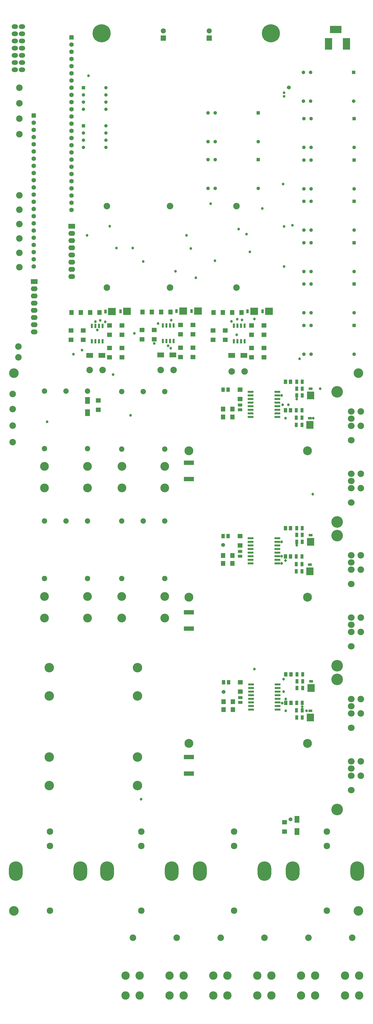
<source format=gbs>
G04*
G04 #@! TF.GenerationSoftware,Altium Limited,Altium Designer,24.4.1 (13)*
G04*
G04 Layer_Color=16711935*
%FSLAX25Y25*%
%MOIN*%
G70*
G04*
G04 #@! TF.SameCoordinates,4EE5E999-D737-4110-A4F5-E65D847AD794*
G04*
G04*
G04 #@! TF.FilePolarity,Negative*
G04*
G01*
G75*
%ADD34R,0.10827X0.10394*%
%ADD35R,0.03394X0.05394*%
%ADD36R,0.04921X0.06102*%
%ADD37R,0.06894X0.06394*%
%ADD38R,0.06394X0.06894*%
%ADD40R,0.09252X0.06890*%
%ADD42R,0.06181X0.04213*%
%ADD45R,0.02953X0.06398*%
%ADD52C,0.09094*%
%ADD53C,0.13386*%
%ADD54O,0.08994X0.06394*%
%ADD55C,0.07480*%
%ADD56C,0.06299*%
%ADD57R,0.06299X0.06299*%
%ADD58C,0.13194*%
%ADD59R,0.07185X0.07185*%
%ADD60C,0.07185*%
%ADD61R,0.10394X0.16394*%
%ADD62R,0.16394X0.10394*%
%ADD63C,0.12205*%
%ADD64R,0.05118X0.05118*%
%ADD65C,0.05118*%
%ADD66C,0.11694*%
%ADD67O,0.09394X0.06894*%
%ADD68R,0.09394X0.06894*%
%ADD69O,0.19291X0.27165*%
%ADD70C,0.09055*%
%ADD71C,0.12394*%
%ADD72O,0.09394X0.08694*%
%ADD73C,0.16142*%
%ADD74C,0.25197*%
%ADD75R,0.04854X0.04854*%
%ADD76C,0.04854*%
%ADD77C,0.03794*%
%ADD78C,0.05394*%
%ADD118R,0.06890X0.09252*%
%ADD119R,0.04134X0.06102*%
%ADD120R,0.05394X0.03394*%
%ADD121R,0.10394X0.10827*%
%ADD122R,0.08071X0.02953*%
%ADD123R,0.14370X0.06496*%
D34*
X744254Y1361500D02*
D03*
X765116D02*
D03*
X567116D02*
D03*
X666116Y1362000D02*
D03*
X645254D02*
D03*
X546116Y1361240D02*
D03*
D35*
X734998Y1361500D02*
D03*
X755860D02*
D03*
X557860D02*
D03*
X656860Y1362000D02*
D03*
X635998D02*
D03*
X536860Y1361240D02*
D03*
D36*
X701000Y1252500D02*
D03*
X708087D02*
D03*
X795000Y1263500D02*
D03*
X787913D02*
D03*
X795043Y1224000D02*
D03*
X787957D02*
D03*
X795543Y817000D02*
D03*
X788457D02*
D03*
X701500Y845500D02*
D03*
X708587D02*
D03*
X795500Y856500D02*
D03*
X788413D02*
D03*
X795000Y1060000D02*
D03*
X787913D02*
D03*
X701000Y1049000D02*
D03*
X708087D02*
D03*
X795043Y1020500D02*
D03*
X787957D02*
D03*
D37*
X758100Y1297500D02*
D03*
Y1310500D02*
D03*
Y1329000D02*
D03*
Y1342000D02*
D03*
X740600Y1297500D02*
D03*
Y1310500D02*
D03*
X704100Y1322000D02*
D03*
Y1335000D02*
D03*
X687100Y1322000D02*
D03*
Y1335000D02*
D03*
X658900Y1342500D02*
D03*
Y1329500D02*
D03*
X641600D02*
D03*
Y1342500D02*
D03*
Y1298000D02*
D03*
Y1311000D02*
D03*
X659100Y1298000D02*
D03*
Y1311000D02*
D03*
X740600Y1329000D02*
D03*
Y1342000D02*
D03*
X588100Y1322500D02*
D03*
Y1335500D02*
D03*
X605100Y1322500D02*
D03*
Y1335500D02*
D03*
X542600Y1297500D02*
D03*
Y1310500D02*
D03*
X560100Y1297500D02*
D03*
Y1310500D02*
D03*
X506100Y1322000D02*
D03*
Y1335000D02*
D03*
X560100Y1329000D02*
D03*
Y1342000D02*
D03*
X542600Y1329000D02*
D03*
Y1342000D02*
D03*
X489100Y1322000D02*
D03*
Y1335000D02*
D03*
X786500Y638000D02*
D03*
Y651000D02*
D03*
X527000Y1237500D02*
D03*
Y1224500D02*
D03*
X724500Y1252500D02*
D03*
Y1239500D02*
D03*
X725000Y845500D02*
D03*
Y832500D02*
D03*
X724500Y1049000D02*
D03*
Y1036000D02*
D03*
D38*
X627500Y1360500D02*
D03*
X614500D02*
D03*
X601500D02*
D03*
X588500D02*
D03*
X726500Y1360000D02*
D03*
X713500D02*
D03*
X700500D02*
D03*
X687500D02*
D03*
X502500D02*
D03*
X489500D02*
D03*
X528500D02*
D03*
X515500D02*
D03*
X714000Y1225500D02*
D03*
X701000D02*
D03*
X714000Y1214500D02*
D03*
X701000D02*
D03*
X714500Y807500D02*
D03*
X701500D02*
D03*
X714500Y818500D02*
D03*
X701500D02*
D03*
X714000Y1011000D02*
D03*
X701000D02*
D03*
X714000Y1022000D02*
D03*
X701000D02*
D03*
D40*
X729965Y1300263D02*
D03*
X713035D02*
D03*
X630965Y1300763D02*
D03*
X614035D02*
D03*
X531965Y1300263D02*
D03*
X515035D02*
D03*
D42*
X724500Y1231035D02*
D03*
Y1224500D02*
D03*
X725000Y824035D02*
D03*
Y817500D02*
D03*
X724500Y1027535D02*
D03*
Y1021000D02*
D03*
D45*
X617000Y1341677D02*
D03*
X622000D02*
D03*
X627000D02*
D03*
X632000D02*
D03*
Y1320323D02*
D03*
X627000D02*
D03*
X622000D02*
D03*
X617000D02*
D03*
X716000Y1341354D02*
D03*
X721000D02*
D03*
X726000D02*
D03*
X731000D02*
D03*
Y1320000D02*
D03*
X726000D02*
D03*
X721000D02*
D03*
X716000D02*
D03*
X518000Y1341177D02*
D03*
X523000D02*
D03*
X528000D02*
D03*
X533000D02*
D03*
Y1319823D02*
D03*
X528000D02*
D03*
X523000D02*
D03*
X518000D02*
D03*
D52*
X417000Y1423000D02*
D03*
Y1443000D02*
D03*
Y1463000D02*
D03*
Y1483000D02*
D03*
Y1503000D02*
D03*
Y1523000D02*
D03*
X415500Y1297500D02*
D03*
Y1312500D02*
D03*
X893000Y1022193D02*
D03*
Y1002193D02*
D03*
Y735657D02*
D03*
Y915657D02*
D03*
Y715657D02*
D03*
Y802193D02*
D03*
Y935657D02*
D03*
Y822193D02*
D03*
Y1135657D02*
D03*
Y1222193D02*
D03*
Y1202193D02*
D03*
Y1115657D02*
D03*
X417036Y1608000D02*
D03*
X626976Y1394500D02*
D03*
X417036Y1672500D02*
D03*
X880999Y490189D02*
D03*
X417036Y1651000D02*
D03*
Y1629500D02*
D03*
X614035Y1280000D02*
D03*
X713035Y1278000D02*
D03*
X515035Y1280000D02*
D03*
X626976Y1508000D02*
D03*
X538976Y1508000D02*
D03*
Y1394500D02*
D03*
X719476Y1508000D02*
D03*
Y1394500D02*
D03*
X632000Y1280000D02*
D03*
X533000D02*
D03*
X819836Y490189D02*
D03*
X758673D02*
D03*
X575184D02*
D03*
X697510D02*
D03*
X636347D02*
D03*
X730965Y1278000D02*
D03*
X407500Y1179500D02*
D03*
Y1202500D02*
D03*
Y1225500D02*
D03*
Y1246500D02*
D03*
D53*
X409449Y527559D02*
D03*
X889764D02*
D03*
X409449Y1275591D02*
D03*
X889764D02*
D03*
D54*
X410500Y1697500D02*
D03*
X420650Y1697450D02*
D03*
Y1727450D02*
D03*
Y1717450D02*
D03*
X410500Y1707500D02*
D03*
X420650Y1707450D02*
D03*
Y1757450D02*
D03*
X420800Y1747400D02*
D03*
X410500Y1727500D02*
D03*
X410700Y1737600D02*
D03*
Y1747500D02*
D03*
Y1757500D02*
D03*
X410500Y1717500D02*
D03*
X420650Y1737450D02*
D03*
D55*
X619669Y1170000D02*
D03*
Y1250000D02*
D03*
X589669D02*
D03*
X559669D02*
D03*
Y1170000D02*
D03*
X619669Y990000D02*
D03*
Y1070000D02*
D03*
X589669D02*
D03*
X559669D02*
D03*
Y990000D02*
D03*
X512000D02*
D03*
Y1070000D02*
D03*
X482000D02*
D03*
X452000D02*
D03*
Y990000D02*
D03*
X512000Y1170500D02*
D03*
Y1250500D02*
D03*
X482000D02*
D03*
X452000D02*
D03*
Y1170500D02*
D03*
D56*
X437000Y1424000D02*
D03*
Y1434000D02*
D03*
Y1444000D02*
D03*
Y1454000D02*
D03*
Y1464000D02*
D03*
Y1474000D02*
D03*
Y1484000D02*
D03*
Y1494000D02*
D03*
Y1504000D02*
D03*
Y1514000D02*
D03*
Y1524000D02*
D03*
Y1534000D02*
D03*
Y1544000D02*
D03*
Y1554000D02*
D03*
Y1564000D02*
D03*
Y1574000D02*
D03*
Y1584000D02*
D03*
Y1594000D02*
D03*
Y1604000D02*
D03*
Y1614000D02*
D03*
Y1624000D02*
D03*
X489500Y1732500D02*
D03*
Y1722500D02*
D03*
Y1712500D02*
D03*
Y1702500D02*
D03*
Y1692500D02*
D03*
Y1682500D02*
D03*
Y1672500D02*
D03*
Y1662500D02*
D03*
Y1652500D02*
D03*
Y1642500D02*
D03*
Y1632500D02*
D03*
Y1622500D02*
D03*
Y1612500D02*
D03*
Y1602500D02*
D03*
Y1592500D02*
D03*
Y1582500D02*
D03*
Y1572500D02*
D03*
Y1562500D02*
D03*
Y1552500D02*
D03*
Y1542500D02*
D03*
Y1532500D02*
D03*
Y1522500D02*
D03*
Y1512500D02*
D03*
Y1502500D02*
D03*
D57*
X437000Y1634000D02*
D03*
X489500Y1742500D02*
D03*
D58*
X458500Y741400D02*
D03*
Y702000D02*
D03*
Y865900D02*
D03*
Y826500D02*
D03*
X581500D02*
D03*
Y865900D02*
D03*
Y702000D02*
D03*
Y741400D02*
D03*
D59*
X681500Y1741500D02*
D03*
X617500D02*
D03*
D60*
X681500Y1751500D02*
D03*
X617500D02*
D03*
D61*
X848000Y1733500D02*
D03*
X873000D02*
D03*
D62*
X858000Y1753500D02*
D03*
D63*
X559500Y935000D02*
D03*
Y965000D02*
D03*
X452000Y935000D02*
D03*
Y965000D02*
D03*
X512000Y935000D02*
D03*
Y965000D02*
D03*
X619500Y935000D02*
D03*
Y965000D02*
D03*
X512000Y1146000D02*
D03*
Y1116000D02*
D03*
X619500Y1146000D02*
D03*
Y1116000D02*
D03*
X560000Y1146000D02*
D03*
Y1116000D02*
D03*
X452000Y1146000D02*
D03*
Y1116000D02*
D03*
D64*
X883000Y1694000D02*
D03*
X883500Y1629500D02*
D03*
Y1399500D02*
D03*
Y1514500D02*
D03*
Y1572000D02*
D03*
Y1342000D02*
D03*
X750000Y1637500D02*
D03*
X883500Y1457000D02*
D03*
X750000Y1572500D02*
D03*
D65*
X823000Y1694000D02*
D03*
X813000D02*
D03*
Y1654000D02*
D03*
X823000D02*
D03*
X883000D02*
D03*
X823500Y1629500D02*
D03*
X813500D02*
D03*
Y1589500D02*
D03*
X823500D02*
D03*
X883500D02*
D03*
X823500Y1399500D02*
D03*
X813500D02*
D03*
Y1359500D02*
D03*
X823500D02*
D03*
X883500D02*
D03*
X823500Y1514500D02*
D03*
X813500D02*
D03*
Y1474500D02*
D03*
X823500D02*
D03*
X883500D02*
D03*
X823500Y1572000D02*
D03*
X813500D02*
D03*
Y1532000D02*
D03*
X823500D02*
D03*
X883500D02*
D03*
X823500Y1342000D02*
D03*
X813500D02*
D03*
Y1302000D02*
D03*
X823500D02*
D03*
X883500D02*
D03*
X690000Y1637500D02*
D03*
X680000D02*
D03*
Y1597500D02*
D03*
X690000D02*
D03*
X750000D02*
D03*
X823500Y1457000D02*
D03*
X813500D02*
D03*
Y1417000D02*
D03*
X823500D02*
D03*
X883500D02*
D03*
X750000Y1532500D02*
D03*
X690000D02*
D03*
X680000D02*
D03*
Y1572500D02*
D03*
X690000D02*
D03*
D66*
X687326Y437500D02*
D03*
X707011D02*
D03*
X687326Y409941D02*
D03*
X707011D02*
D03*
X829337D02*
D03*
X809652D02*
D03*
X829337Y437500D02*
D03*
X809652D02*
D03*
X565000D02*
D03*
X584685D02*
D03*
X565000Y409941D02*
D03*
X584685D02*
D03*
X890500D02*
D03*
X870815D02*
D03*
X890500Y437500D02*
D03*
X870815D02*
D03*
X645848Y409941D02*
D03*
X626163D02*
D03*
X645848Y437500D02*
D03*
X626163D02*
D03*
X748489D02*
D03*
X768174D02*
D03*
X748489Y409941D02*
D03*
X768174D02*
D03*
D67*
X490000Y1410000D02*
D03*
Y1430000D02*
D03*
Y1450000D02*
D03*
Y1460000D02*
D03*
Y1470000D02*
D03*
Y1440000D02*
D03*
Y1420000D02*
D03*
X437500Y1343000D02*
D03*
Y1363000D02*
D03*
Y1393000D02*
D03*
Y1383000D02*
D03*
Y1373000D02*
D03*
Y1353000D02*
D03*
Y1333000D02*
D03*
D68*
X490000Y1480000D02*
D03*
X437500Y1403000D02*
D03*
D69*
X412000Y583000D02*
D03*
X502000D02*
D03*
X668673D02*
D03*
X758673D02*
D03*
X539346D02*
D03*
X629346D02*
D03*
X888000D02*
D03*
X798000D02*
D03*
D70*
X459480Y528000D02*
D03*
Y638000D02*
D03*
Y618000D02*
D03*
X716154Y528000D02*
D03*
Y638000D02*
D03*
Y618000D02*
D03*
X586827Y528000D02*
D03*
Y638000D02*
D03*
Y618000D02*
D03*
X845480D02*
D03*
Y638000D02*
D03*
Y528000D02*
D03*
D71*
X818500Y760500D02*
D03*
X653146D02*
D03*
Y1167500D02*
D03*
X818500D02*
D03*
X653146Y964000D02*
D03*
X818500D02*
D03*
D72*
X879748Y1115657D02*
D03*
Y1095657D02*
D03*
Y1135657D02*
D03*
Y1125657D02*
D03*
Y1202193D02*
D03*
Y1182193D02*
D03*
Y1222193D02*
D03*
Y1212193D02*
D03*
Y915657D02*
D03*
Y895657D02*
D03*
Y935657D02*
D03*
Y925657D02*
D03*
Y1002193D02*
D03*
Y982193D02*
D03*
Y1022193D02*
D03*
Y1012193D02*
D03*
Y812193D02*
D03*
Y822193D02*
D03*
Y782193D02*
D03*
Y802193D02*
D03*
Y725657D02*
D03*
Y735657D02*
D03*
Y695657D02*
D03*
Y715657D02*
D03*
D73*
X860000Y1249350D02*
D03*
Y1068500D02*
D03*
Y1049350D02*
D03*
Y868500D02*
D03*
Y668500D02*
D03*
Y849350D02*
D03*
D74*
X767717Y1748031D02*
D03*
X531496D02*
D03*
D75*
X506374Y1619500D02*
D03*
Y1672500D02*
D03*
D76*
Y1609500D02*
D03*
Y1599500D02*
D03*
Y1589500D02*
D03*
X537626D02*
D03*
Y1599500D02*
D03*
Y1609500D02*
D03*
Y1619500D02*
D03*
X506374Y1662500D02*
D03*
Y1652500D02*
D03*
Y1642500D02*
D03*
X537626D02*
D03*
Y1652500D02*
D03*
Y1662500D02*
D03*
Y1672500D02*
D03*
D77*
X786000Y1665500D02*
D03*
Y1660500D02*
D03*
Y1424000D02*
D03*
X689500Y1432000D02*
D03*
X786000Y1479500D02*
D03*
X784000Y1231500D02*
D03*
X792000D02*
D03*
X513400Y1689300D02*
D03*
X797600Y1481193D02*
D03*
X785300Y832500D02*
D03*
Y849900D02*
D03*
X575100Y1449600D02*
D03*
X655956Y1449000D02*
D03*
X720800Y1350600D02*
D03*
X733600Y1468700D02*
D03*
X511300Y1467300D02*
D03*
X650000D02*
D03*
X525500Y1335500D02*
D03*
X782600Y1021000D02*
D03*
X783200Y816400D02*
D03*
X807800Y1295600D02*
D03*
X826000Y1107100D02*
D03*
X784600Y1538535D02*
D03*
X624400Y1313400D02*
D03*
X634800Y1417100D02*
D03*
X738300Y1444300D02*
D03*
X727200Y1349500D02*
D03*
X722500Y1476000D02*
D03*
X683700Y1511200D02*
D03*
X586800Y683000D02*
D03*
X572000Y1216800D02*
D03*
X577300Y1331000D02*
D03*
X744700Y863700D02*
D03*
X755500Y1504600D02*
D03*
X536700Y1346700D02*
D03*
X744700Y1351000D02*
D03*
X542900Y1479900D02*
D03*
X523000Y1347300D02*
D03*
X504300Y1307563D02*
D03*
X720100Y1328700D02*
D03*
X628100Y1310200D02*
D03*
X547800Y1273500D02*
D03*
X589600Y1431000D02*
D03*
X455700Y1207800D02*
D03*
X817200Y805800D02*
D03*
X610400Y1344600D02*
D03*
X712800Y1347400D02*
D03*
X605000Y1316800D02*
D03*
X663000Y1408300D02*
D03*
X628800Y1349200D02*
D03*
X826700Y1212800D02*
D03*
X529800Y1348900D02*
D03*
X552400Y1449600D02*
D03*
X803500Y1036100D02*
D03*
X782600Y1041000D02*
D03*
X803500Y1239600D02*
D03*
X782600Y1244500D02*
D03*
X788000Y1212900D02*
D03*
X492300Y1302000D02*
D03*
X788300Y805900D02*
D03*
Y822100D02*
D03*
X787957Y1014900D02*
D03*
X782600Y1011000D02*
D03*
X836344Y1253756D02*
D03*
X817155Y805756D02*
D03*
X811311Y811600D02*
D03*
D78*
X701000Y1036500D02*
D03*
X701500Y832125D02*
D03*
X795000Y655000D02*
D03*
X792500Y1673000D02*
D03*
D118*
X804000Y654929D02*
D03*
Y638000D02*
D03*
X512000Y1220571D02*
D03*
Y1237500D02*
D03*
D119*
X803563Y1254000D02*
D03*
X811437D02*
D03*
X803500Y1244500D02*
D03*
X811374D02*
D03*
X802937Y1213500D02*
D03*
X810811D02*
D03*
X803000Y1203500D02*
D03*
X810874D02*
D03*
Y1224000D02*
D03*
X803000D02*
D03*
X811437Y1263500D02*
D03*
X803563D02*
D03*
X811374Y817000D02*
D03*
X803500D02*
D03*
X803437Y806500D02*
D03*
X811311D02*
D03*
X811937Y856500D02*
D03*
X804063D02*
D03*
X803500Y1041000D02*
D03*
X811374D02*
D03*
X803500Y796500D02*
D03*
X811374D02*
D03*
X804063Y847000D02*
D03*
X811937D02*
D03*
X804000Y837500D02*
D03*
X811874D02*
D03*
X803000Y1000000D02*
D03*
X810874D02*
D03*
X803563Y1050500D02*
D03*
X811437D02*
D03*
Y1060000D02*
D03*
X803563D02*
D03*
X802937Y1010000D02*
D03*
X810811D02*
D03*
X810874Y1020500D02*
D03*
X803000D02*
D03*
D120*
X823000Y1253756D02*
D03*
X822000Y1212756D02*
D03*
X823500Y846756D02*
D03*
X823000Y1050256D02*
D03*
X822500Y805756D02*
D03*
X822000Y1009256D02*
D03*
D121*
X823000Y1244500D02*
D03*
X822000Y1203500D02*
D03*
X823500Y837500D02*
D03*
X823000Y1041000D02*
D03*
X822500Y796500D02*
D03*
X822000Y1000000D02*
D03*
D122*
X776602Y1011000D02*
D03*
Y1016000D02*
D03*
Y1021000D02*
D03*
Y1026000D02*
D03*
Y1031000D02*
D03*
Y1036000D02*
D03*
Y1041000D02*
D03*
Y1046000D02*
D03*
X739398D02*
D03*
Y1041000D02*
D03*
Y1036000D02*
D03*
Y1031000D02*
D03*
Y1026000D02*
D03*
Y1021000D02*
D03*
Y1016000D02*
D03*
Y1011000D02*
D03*
X777102Y807500D02*
D03*
Y812500D02*
D03*
Y817500D02*
D03*
Y822500D02*
D03*
Y827500D02*
D03*
Y832500D02*
D03*
Y837500D02*
D03*
Y842500D02*
D03*
X739898D02*
D03*
Y837500D02*
D03*
Y832500D02*
D03*
Y827500D02*
D03*
Y822500D02*
D03*
Y817500D02*
D03*
Y812500D02*
D03*
Y807500D02*
D03*
X776602Y1214500D02*
D03*
Y1219500D02*
D03*
Y1224500D02*
D03*
Y1229500D02*
D03*
Y1234500D02*
D03*
Y1239500D02*
D03*
Y1244500D02*
D03*
Y1249500D02*
D03*
X739398D02*
D03*
Y1244500D02*
D03*
Y1239500D02*
D03*
Y1234500D02*
D03*
Y1229500D02*
D03*
Y1224500D02*
D03*
Y1219500D02*
D03*
Y1214500D02*
D03*
D123*
X653146Y1151000D02*
D03*
Y1128165D02*
D03*
Y741400D02*
D03*
Y718565D02*
D03*
Y943000D02*
D03*
Y920165D02*
D03*
M02*

</source>
